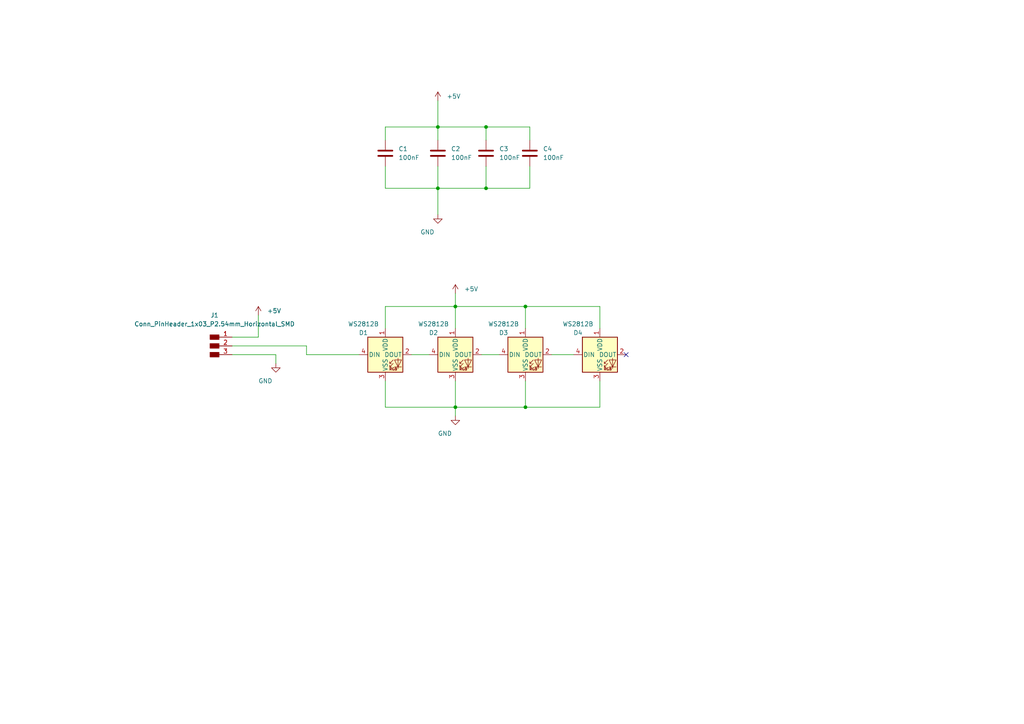
<source format=kicad_sch>
(kicad_sch (version 20211123) (generator eeschema)
  (paper "A4")
  (lib_symbols
    (symbol "LED:WS2812B" (pin_names (offset 0.254))
      (property "Reference" "D" (at 5.08 5.715 0))
      (property "Value" "WS2812B" (at 1.27 -5.715 0))
      (symbol "WS2812B_0_0"
        (text "RGB" (at 2.286 -4.191 0) (effects (font (size 0.762 0.762))))
      )
      (symbol "WS2812B_0_1"
        (polyline (pts (xy 1.27 -3.556) (xy 1.778 -3.556)))
        (polyline (pts (xy 1.27 -2.54) (xy 1.778 -2.54)))
        (polyline (pts (xy 4.699 -3.556) (xy 2.667 -3.556)))
        (polyline (pts (xy 2.286 -2.54) (xy 1.27 -3.556) (xy 1.27 -3.048)))
        (polyline (pts (xy 2.286 -1.524) (xy 1.27 -2.54) (xy 1.27 -2.032)))
        (polyline (pts (xy 3.683 -1.016) (xy 3.683 -3.556) (xy 3.683 -4.064)))
        (polyline (pts (xy 4.699 -1.524) (xy 2.667 -1.524) (xy 3.683 -3.556) (xy 4.699 -1.524)))
        (rectangle (start 5.08 5.08) (end -5.08 -5.08) (stroke (width 0.254)) (fill (type background)))
      )
      (symbol "WS2812B_1_1"
        (pin power_in line (at 0 7.62 270) (length 2.54) (name "VDD") (number "1"))
        (pin output line (at 7.62 0 180) (length 2.54) (name "DOUT") (number "2"))
        (pin power_in line (at 0 -7.62 90) (length 2.54) (name "VSS") (number "3"))
        (pin input line (at -7.62 0 0) (length 2.54) (name "DIN") (number "4"))
      )
    )
    (symbol "fab:C" (pin_numbers hide) (pin_names (offset 0.254))
      (property "Reference" "C" (at 0.635 2.54 0))
      (property "Value" "C" (at 0.635 -2.54 0))
      (symbol "C_0_1"
        (polyline (pts (xy -2.032 -0.762) (xy 2.032 -0.762)) (stroke (width 0.508)))
        (polyline (pts (xy -2.032 0.762) (xy 2.032 0.762)) (stroke (width 0.508)))
      )
      (symbol "C_1_1"
        (pin passive line (at 0 3.81 270) (length 2.794) (name "~") (number "1"))
        (pin passive line (at 0 -3.81 90) (length 2.794) (name "~") (number "2"))
      )
    )
    (symbol "fab:Conn_PinHeader_1x03_P2.54mm_Horizontal_SMD" (pin_names hide)
      (property "Reference" "J" (at 0 5.08 0))
      (property "Value" "Conn_PinHeader_1x03_P2.54mm_Horizontal_SMD" (at 0 -5.08 0))
      (symbol "Conn_PinHeader_1x03_P2.54mm_Horizontal_SMD_1_1"
        (rectangle (start -1.27 -1.905) (end 1.27 -3.175) (stroke (width 0.254)) (fill (type outline)))
        (rectangle (start -1.27 0.635) (end 1.27 -0.635) (stroke (width 0.254)) (fill (type outline)))
        (rectangle (start -1.27 3.175) (end 1.27 1.905) (stroke (width 0.254)) (fill (type outline)))
        (pin passive line (at 5.08 2.54 180) (length 3.81) (name "Pin_1") (number "1"))
        (pin passive line (at 5.08 0 180) (length 3.81) (name "Pin_2") (number "2"))
        (pin passive line (at 5.08 -2.54 180) (length 3.81) (name "Pin_3") (number "3"))
      )
    )
    (symbol "fab:Power_+5V" (power) (pin_names (offset 0))
      (property "Value" "Power_+5V" (at 0 3.556 0))
      (symbol "Power_+5V_0_1"
        (polyline (pts (xy -0.762 1.27) (xy 0 2.54)))
        (polyline (pts (xy 0 0) (xy 0 2.54)))
        (polyline (pts (xy 0 2.54) (xy 0.762 1.27)))
      )
      (symbol "Power_+5V_1_1"
        (pin power_in line (at 0 0 90) (length 0) hide (name "+5V") (number "1"))
      )
    )
    (symbol "fab:Power_GND" (power) (pin_names (offset 0))
      (property "Value" "Power_GND" (at 0 -3.81 0))
      (symbol "Power_GND_0_1"
        (polyline (pts (xy 0 0) (xy 0 -1.27) (xy 1.27 -1.27) (xy 0 -2.54) (xy -1.27 -1.27) (xy 0 -1.27)))
      )
      (symbol "Power_GND_1_1"
        (pin power_in line (at 0 0 270) (length 0) hide (name "GND") (number "1"))
      )
    )
  )
  (junction (at 127 54.61))
  (junction (at 140.97 54.61))
  (junction (at 152.4 88.9))
  (junction (at 152.4 118.11))
  (junction (at 140.97 36.83))
  (junction (at 127 36.83))
  (junction (at 132.08 88.9))
  (junction (at 132.08 118.11))
  (no_connect (at 181.61 102.87))
  (wire (pts (xy 173.99 118.11) (xy 152.4 118.11)))
  (wire (pts (xy 111.76 118.11) (xy 132.08 118.11)))
  (wire (pts (xy 111.76 54.61) (xy 127 54.61)))
  (wire (pts (xy 160.02 102.87) (xy 166.37 102.87)))
  (wire (pts (xy 111.76 36.83) (xy 127 36.83)))
  (wire (pts (xy 140.97 36.83) (xy 127 36.83)))
  (wire (pts (xy 139.7 102.87) (xy 144.78 102.87)))
  (wire (pts (xy 173.99 88.9) (xy 152.4 88.9)))
  (wire (pts (xy 111.76 95.25) (xy 111.76 88.9)))
  (wire (pts (xy 132.08 118.11) (xy 152.4 118.11)))
  (wire (pts (xy 67.31 102.87) (xy 80.01 102.87)))
  (wire (pts (xy 152.4 118.11) (xy 152.4 110.49)))
  (wire (pts (xy 74.93 97.79) (xy 74.93 91.44)))
  (wire (pts (xy 153.67 40.64) (xy 153.67 36.83)))
  (wire (pts (xy 173.99 95.25) (xy 173.99 88.9)))
  (wire (pts (xy 88.9 102.87) (xy 104.14 102.87)))
  (wire (pts (xy 111.76 88.9) (xy 132.08 88.9)))
  (wire (pts (xy 127 29.21) (xy 127 36.83)))
  (wire (pts (xy 153.67 36.83) (xy 140.97 36.83)))
  (wire (pts (xy 132.08 118.11) (xy 132.08 110.49)))
  (wire (pts (xy 153.67 48.26) (xy 153.67 54.61)))
  (wire (pts (xy 111.76 48.26) (xy 111.76 54.61)))
  (wire (pts (xy 140.97 48.26) (xy 140.97 54.61)))
  (wire (pts (xy 80.01 102.87) (xy 80.01 105.41)))
  (wire (pts (xy 111.76 110.49) (xy 111.76 118.11)))
  (wire (pts (xy 132.08 85.09) (xy 132.08 88.9)))
  (wire (pts (xy 152.4 88.9) (xy 132.08 88.9)))
  (wire (pts (xy 67.31 97.79) (xy 74.93 97.79)))
  (wire (pts (xy 173.99 110.49) (xy 173.99 118.11)))
  (wire (pts (xy 88.9 100.33) (xy 67.31 100.33)))
  (wire (pts (xy 127 36.83) (xy 127 40.64)))
  (wire (pts (xy 153.67 54.61) (xy 140.97 54.61)))
  (wire (pts (xy 119.38 102.87) (xy 124.46 102.87)))
  (wire (pts (xy 140.97 54.61) (xy 127 54.61)))
  (wire (pts (xy 127 54.61) (xy 127 62.23)))
  (wire (pts (xy 127 54.61) (xy 127 48.26)))
  (wire (pts (xy 132.08 120.65) (xy 132.08 118.11)))
  (wire (pts (xy 140.97 40.64) (xy 140.97 36.83)))
  (wire (pts (xy 88.9 102.87) (xy 88.9 100.33)))
  (wire (pts (xy 111.76 40.64) (xy 111.76 36.83)))
  (wire (pts (xy 132.08 88.9) (xy 132.08 95.25)))
  (wire (pts (xy 152.4 95.25) (xy 152.4 88.9)))
  (symbol (lib_id "LED:WS2812B") (at 111.76 102.87 0) (unit 1)
    (property "Reference" "D1" (at 105.41 96.52 0))
    (property "Value" "WS2812B" (at 105.41 93.98 0))
    (property "Footprint" "LED_SMD:LED_WS2812B_PLCC4_5.0x5.0mm_P3.2mm" (effects hide))
    (property "Datasheet" "https://cdn-shop.adafruit.com/datasheets/WS2812B.pdf" (effects hide))
  )
  (symbol (lib_id "LED:WS2812B") (at 152.4 102.87 0) (unit 1)
    (property "Reference" "D3" (at 146.05 96.52 0))
    (property "Value" "WS2812B" (at 146.05 93.98 0))
    (property "Footprint" "LED_SMD:LED_WS2812B_PLCC4_5.0x5.0mm_P3.2mm" (effects hide))
    (property "Datasheet" "https://cdn-shop.adafruit.com/datasheets/WS2812B.pdf" (effects hide))
  )
  (symbol (lib_id "fab:Power_+5V") (at 132.08 85.09 0) (unit 1)
    (property "Reference" "#PWR0101" (effects hide))
    (property "Value" "Power_+5V" (at 134.62 83.8199 0) (effects (justify left)))
  )
  (symbol (lib_id "fab:Power_GND") (at 80.01 105.41 0) (unit 1)
    (property "Reference" "#PWR0104" (effects hide))
    (property "Value" "Power_GND" (at 74.93 110.49 0) (effects (justify left)))
  )
  (symbol (lib_id "fab:Conn_PinHeader_1x03_P2.54mm_Horizontal_SMD") (at 62.23 100.33 0) (unit 1)
    (property "Reference" "J1" (at 62.23 91.44 0))
    (property "Value" "Conn_PinHeader_1x03_P2.54mm_Horizontal_SMD" (at 62.23 93.98 0))
    (property "Footprint" "fab:PinHeader_1x03_P2.54mm_Horizontal_SMD" (effects hide))
  )
  (symbol (lib_id "LED:WS2812B") (at 132.08 102.87 0) (unit 1)
    (property "Reference" "D2" (at 125.73 96.52 0))
    (property "Value" "WS2812B" (at 125.73 93.98 0))
    (property "Footprint" "LED_SMD:LED_WS2812B_PLCC4_5.0x5.0mm_P3.2mm" (effects hide))
    (property "Datasheet" "https://cdn-shop.adafruit.com/datasheets/WS2812B.pdf" (effects hide))
  )
  (symbol (lib_id "fab:Power_+5V") (at 74.93 91.44 0) (unit 1)
    (property "Reference" "#PWR0103" (effects hide))
    (property "Value" "Power_+5V" (at 77.47 90.1699 0) (effects (justify left)))
  )
  (symbol (lib_id "fab:Power_GND") (at 127 62.23 0) (unit 1)
    (property "Reference" "#PWR0106" (effects hide))
    (property "Value" "Power_GND" (at 121.92 67.31 0) (effects (justify left)))
  )
  (symbol (lib_id "fab:Power_+5V") (at 127 29.21 0) (unit 1)
    (property "Reference" "#PWR0105" (effects hide))
    (property "Value" "Power_+5V" (at 129.54 27.94 0) (effects (justify left)))
  )
  (symbol (lib_id "fab:C") (at 111.76 44.45 180) (unit 1)
    (property "Reference" "C1" (at 115.57 43.1799 0) (effects (justify right)))
    (property "Value" "100nF" (at 115.57 45.7199 0) (effects (justify right)))
    (property "Footprint" "fab:C_1206" (effects hide))
  )
  (symbol (lib_id "fab:C") (at 140.97 44.45 180) (unit 1)
    (property "Reference" "C3" (at 144.78 43.1799 0) (effects (justify right)))
    (property "Value" "100nF" (at 144.78 45.7199 0) (effects (justify right)))
    (property "Footprint" "fab:C_1206" (effects hide))
  )
  (symbol (lib_id "fab:C") (at 153.67 44.45 180) (unit 1)
    (property "Reference" "C4" (at 157.48 43.1799 0) (effects (justify right)))
    (property "Value" "100nF" (at 157.48 45.7199 0) (effects (justify right)))
    (property "Footprint" "fab:C_1206" (effects hide))
  )
  (symbol (lib_id "fab:C") (at 127 44.45 180) (unit 1)
    (property "Reference" "C2" (at 130.81 43.1799 0) (effects (justify right)))
    (property "Value" "100nF" (at 130.81 45.7199 0) (effects (justify right)))
    (property "Footprint" "fab:C_1206" (effects hide))
  )
  (symbol (lib_id "LED:WS2812B") (at 173.99 102.87 0) (unit 1)
    (property "Reference" "D4" (at 167.64 96.52 0))
    (property "Value" "WS2812B" (at 167.64 93.98 0))
    (property "Footprint" "LED_SMD:LED_WS2812B_PLCC4_5.0x5.0mm_P3.2mm" (effects hide))
    (property "Datasheet" "https://cdn-shop.adafruit.com/datasheets/WS2812B.pdf" (effects hide))
  )
  (symbol (lib_id "fab:Power_GND") (at 132.08 120.65 0) (unit 1)
    (property "Reference" "#PWR0102" (effects hide))
    (property "Value" "Power_GND" (at 127 125.73 0) (effects (justify left)))
  )
)
</source>
